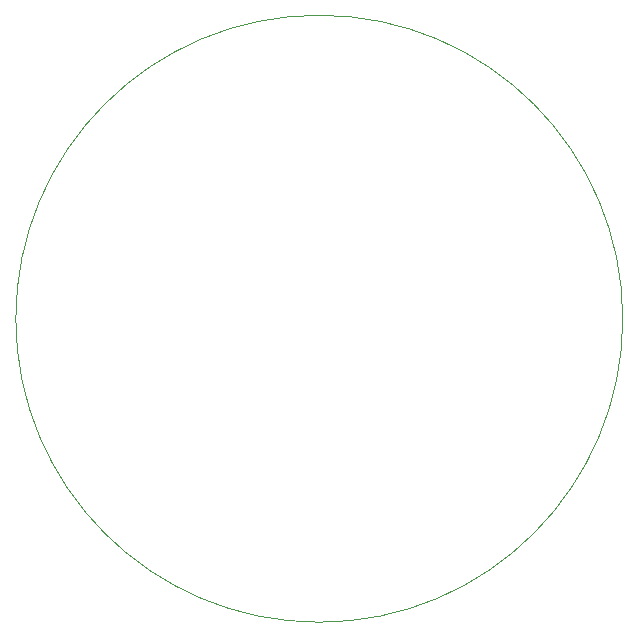
<source format=gbr>
G04 (created by PCBNEW (2013-08-24 BZR 4298)-stable) date Thu 19 Sep 2013 12:22:59 PM PDT*
%MOIN*%
G04 Gerber Fmt 3.4, Leading zero omitted, Abs format*
%FSLAX34Y34*%
G01*
G70*
G90*
G04 APERTURE LIST*
%ADD10C,0.005906*%
%ADD11C,0.003937*%
G04 APERTURE END LIST*
G54D10*
G54D11*
X49486Y-39370D02*
G75*
G03X49486Y-39370I-10116J0D01*
G74*
G01*
M02*

</source>
